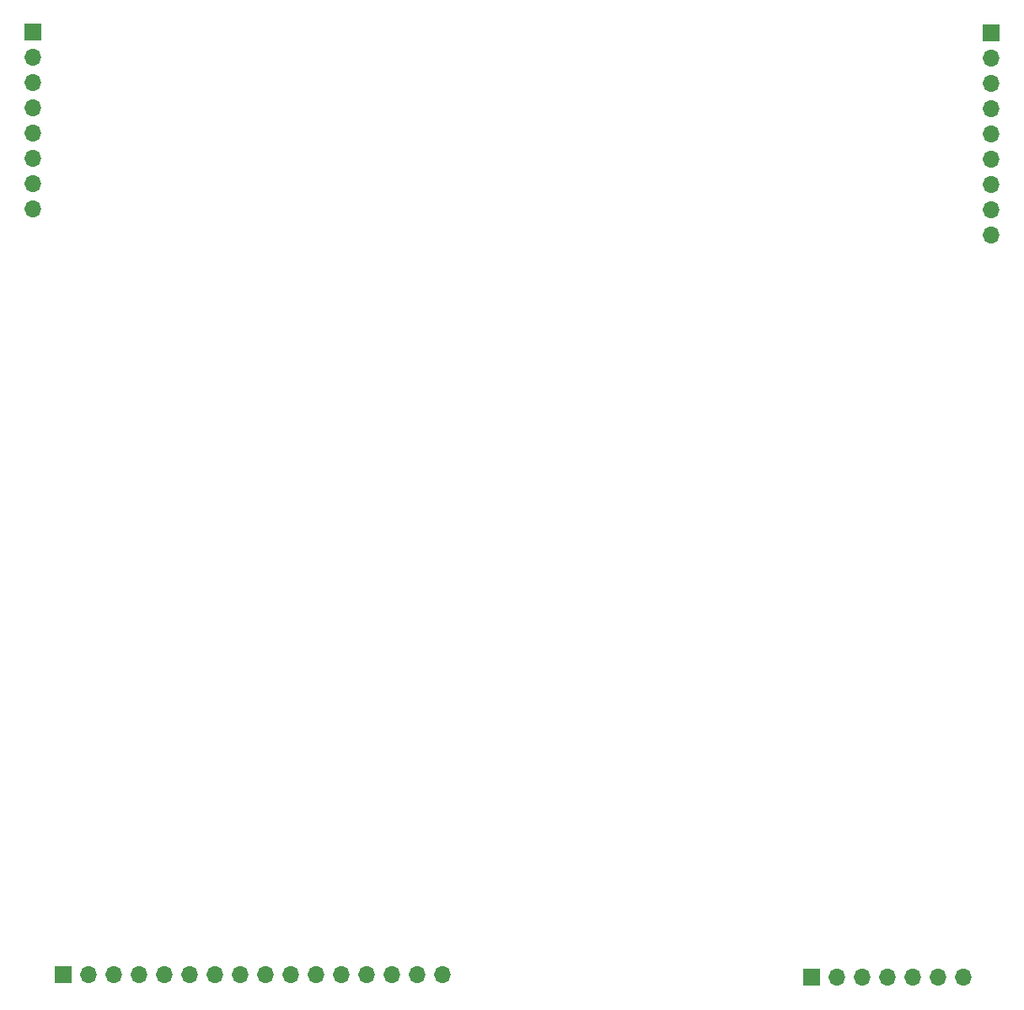
<source format=gbr>
%TF.GenerationSoftware,KiCad,Pcbnew,(6.0.0-0)*%
%TF.CreationDate,2022-03-10T23:02:49-05:00*%
%TF.ProjectId,memory,6d656d6f-7279-42e6-9b69-6361645f7063,rev?*%
%TF.SameCoordinates,Original*%
%TF.FileFunction,Soldermask,Bot*%
%TF.FilePolarity,Negative*%
%FSLAX46Y46*%
G04 Gerber Fmt 4.6, Leading zero omitted, Abs format (unit mm)*
G04 Created by KiCad (PCBNEW (6.0.0-0)) date 2022-03-10 23:02:49*
%MOMM*%
%LPD*%
G01*
G04 APERTURE LIST*
%ADD10R,1.700000X1.700000*%
%ADD11O,1.700000X1.700000*%
G04 APERTURE END LIST*
D10*
%TO.C,J2*%
X84074000Y-27686000D03*
D11*
X84074000Y-30226000D03*
X84074000Y-32766000D03*
X84074000Y-35306000D03*
X84074000Y-37846000D03*
X84074000Y-40386000D03*
X84074000Y-42926000D03*
X84074000Y-45466000D03*
%TD*%
D10*
%TO.C,J4*%
X180340000Y-27696000D03*
D11*
X180340000Y-30236000D03*
X180340000Y-32776000D03*
X180340000Y-35316000D03*
X180340000Y-37856000D03*
X180340000Y-40396000D03*
X180340000Y-42936000D03*
X180340000Y-45476000D03*
X180340000Y-48016000D03*
%TD*%
D10*
%TO.C,J1*%
X162306000Y-122682000D03*
D11*
X164846000Y-122682000D03*
X167386000Y-122682000D03*
X169926000Y-122682000D03*
X172466000Y-122682000D03*
X175006000Y-122682000D03*
X177546000Y-122682000D03*
%TD*%
D10*
%TO.C,J3*%
X87122000Y-122428000D03*
D11*
X89662000Y-122428000D03*
X92202000Y-122428000D03*
X94742000Y-122428000D03*
X97282000Y-122428000D03*
X99822000Y-122428000D03*
X102362000Y-122428000D03*
X104902000Y-122428000D03*
X107442000Y-122428000D03*
X109982000Y-122428000D03*
X112522000Y-122428000D03*
X115062000Y-122428000D03*
X117602000Y-122428000D03*
X120142000Y-122428000D03*
X122682000Y-122428000D03*
X125222000Y-122428000D03*
%TD*%
M02*

</source>
